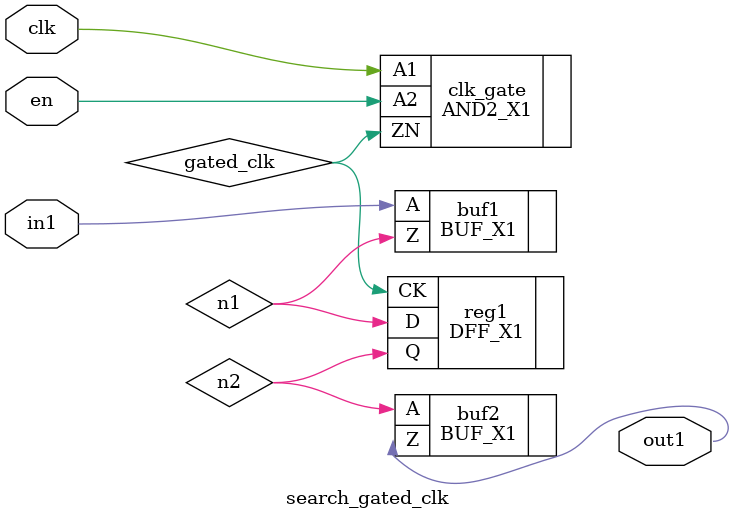
<source format=v>
module search_gated_clk (clk, en, in1, out1);
  input clk, en, in1;
  output out1;
  wire n1, n2, gated_clk, n3;

  // Clock gating cell: AND gate gating the clock
  AND2_X1 clk_gate (.A1(clk), .A2(en), .ZN(gated_clk));

  // Logic
  BUF_X1 buf1 (.A(in1), .Z(n1));

  // Register on gated clock
  DFF_X1 reg1 (.D(n1), .CK(gated_clk), .Q(n2));

  BUF_X1 buf2 (.A(n2), .Z(out1));
endmodule

</source>
